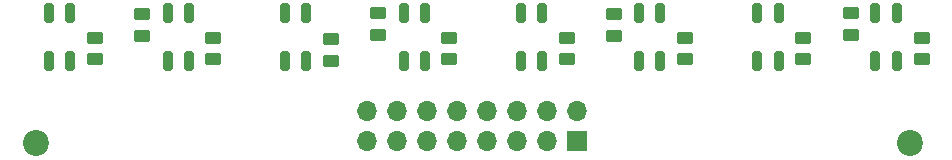
<source format=gbr>
%TF.GenerationSoftware,KiCad,Pcbnew,8.0.7*%
%TF.CreationDate,2025-03-24T22:32:14+10:00*%
%TF.ProjectId,Sensor_array,53656e73-6f72-45f6-9172-7261792e6b69,rev?*%
%TF.SameCoordinates,Original*%
%TF.FileFunction,Soldermask,Top*%
%TF.FilePolarity,Negative*%
%FSLAX46Y46*%
G04 Gerber Fmt 4.6, Leading zero omitted, Abs format (unit mm)*
G04 Created by KiCad (PCBNEW 8.0.7) date 2025-03-24 22:32:14*
%MOMM*%
%LPD*%
G01*
G04 APERTURE LIST*
G04 Aperture macros list*
%AMRoundRect*
0 Rectangle with rounded corners*
0 $1 Rounding radius*
0 $2 $3 $4 $5 $6 $7 $8 $9 X,Y pos of 4 corners*
0 Add a 4 corners polygon primitive as box body*
4,1,4,$2,$3,$4,$5,$6,$7,$8,$9,$2,$3,0*
0 Add four circle primitives for the rounded corners*
1,1,$1+$1,$2,$3*
1,1,$1+$1,$4,$5*
1,1,$1+$1,$6,$7*
1,1,$1+$1,$8,$9*
0 Add four rect primitives between the rounded corners*
20,1,$1+$1,$2,$3,$4,$5,0*
20,1,$1+$1,$4,$5,$6,$7,0*
20,1,$1+$1,$6,$7,$8,$9,0*
20,1,$1+$1,$8,$9,$2,$3,0*%
G04 Aperture macros list end*
%ADD10RoundRect,0.250000X0.450000X-0.262500X0.450000X0.262500X-0.450000X0.262500X-0.450000X-0.262500X0*%
%ADD11C,2.200000*%
%ADD12RoundRect,0.250000X-0.450000X0.262500X-0.450000X-0.262500X0.450000X-0.262500X0.450000X0.262500X0*%
%ADD13RoundRect,0.197500X-0.197500X-0.632500X0.197500X-0.632500X0.197500X0.632500X-0.197500X0.632500X0*%
%ADD14O,1.700000X1.700000*%
%ADD15R,1.700000X1.700000*%
G04 APERTURE END LIST*
D10*
%TO.C,R3*%
X152000000Y-85912500D03*
X152000000Y-84087500D03*
%TD*%
D11*
%TO.C,H1*%
X177000000Y-95000000D03*
%TD*%
D12*
%TO.C,R6*%
X178000000Y-86087500D03*
X178000000Y-87912500D03*
%TD*%
D13*
%TO.C,U7*%
X144100000Y-84000000D03*
X144100000Y-88000000D03*
X145900000Y-88000000D03*
X145900000Y-84000000D03*
%TD*%
D10*
%TO.C,R1*%
X112000000Y-84087500D03*
X112000000Y-85912500D03*
%TD*%
D13*
%TO.C,U3*%
X124100000Y-84000000D03*
X124100000Y-88000000D03*
X125900000Y-88000000D03*
X125900000Y-84000000D03*
%TD*%
D11*
%TO.C,H2*%
X103000000Y-95000000D03*
%TD*%
D13*
%TO.C,U2*%
X116000000Y-84000000D03*
X116000000Y-88000000D03*
X114200000Y-88000000D03*
X114200000Y-84000000D03*
%TD*%
%TO.C,U1*%
X104100000Y-84000000D03*
X104100000Y-88000000D03*
X105900000Y-88000000D03*
X105900000Y-84000000D03*
%TD*%
%TO.C,U10*%
X174100000Y-84000000D03*
X174100000Y-88000000D03*
X175900000Y-88000000D03*
X175900000Y-84000000D03*
%TD*%
D10*
%TO.C,R4*%
X172000000Y-85825000D03*
X172000000Y-84000000D03*
%TD*%
D12*
%TO.C,R13*%
X118000000Y-87912500D03*
X118000000Y-86087500D03*
%TD*%
D10*
%TO.C,R2*%
X132000000Y-85825000D03*
X132000000Y-84000000D03*
%TD*%
D13*
%TO.C,U9*%
X164100000Y-84000000D03*
X164100000Y-88000000D03*
X165900000Y-88000000D03*
X165900000Y-84000000D03*
%TD*%
%TO.C,U8*%
X154100000Y-84000000D03*
X154100000Y-88000000D03*
X155900000Y-88000000D03*
X155900000Y-84000000D03*
%TD*%
D12*
%TO.C,R8*%
X148000000Y-86087500D03*
X148000000Y-87912500D03*
%TD*%
%TO.C,R12*%
X108000000Y-86087500D03*
X108000000Y-87912500D03*
%TD*%
%TO.C,R9*%
X158000000Y-86087500D03*
X158000000Y-87912500D03*
%TD*%
%TO.C,R7*%
X168000000Y-86087500D03*
X168000000Y-87912500D03*
%TD*%
D13*
%TO.C,U6*%
X134200000Y-84000000D03*
X134200000Y-88000000D03*
X136000000Y-88000000D03*
X136000000Y-84000000D03*
%TD*%
D12*
%TO.C,R10*%
X128000000Y-86175000D03*
X128000000Y-88000000D03*
%TD*%
%TO.C,R11*%
X138000000Y-86087500D03*
X138000000Y-87912500D03*
%TD*%
D14*
%TO.C,J2*%
X131090000Y-92235000D03*
X131090000Y-94775000D03*
X133630000Y-92235000D03*
X133630000Y-94775000D03*
X136170000Y-92235000D03*
X136170000Y-94775000D03*
X138710000Y-92235000D03*
X138710000Y-94775000D03*
X141250000Y-92235000D03*
X141250000Y-94775000D03*
X143790000Y-92235000D03*
X143790000Y-94775000D03*
X146330000Y-92235000D03*
X146330000Y-94775000D03*
X148870000Y-92235000D03*
D15*
X148870000Y-94775000D03*
%TD*%
M02*

</source>
